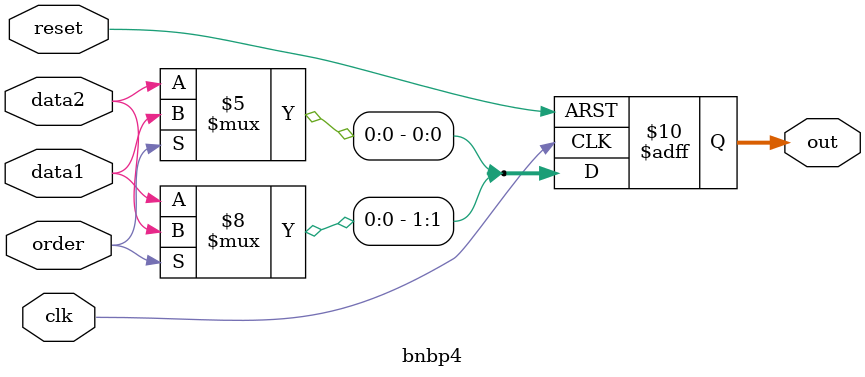
<source format=v>
module bnbp4(input wire clk,input wire reset,input wire data1,input wire data2,input wire order,
             output reg[1:0]out);
  always @(posedge clk or posedge reset)begin
    if(reset == 1'b1) begin
      out = 2'b00;
    end
    else if(order == 1'b0) begin
      out[1] = data1;
      out[0] = data2;
    end
    else begin
      out[0] = data1;
      out[1] = data2;
    end
  end//end always
endmodule

</source>
